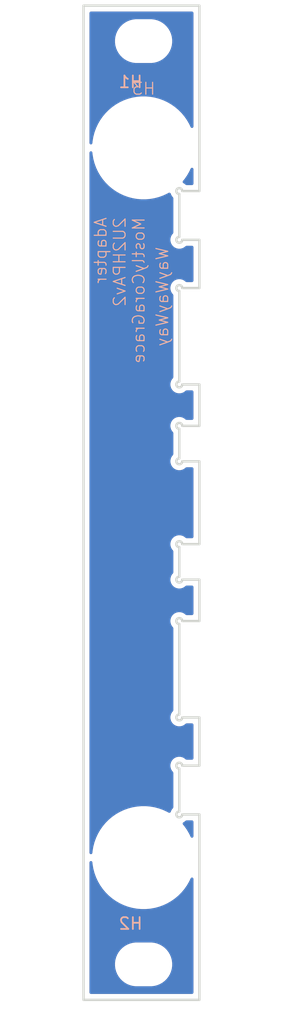
<source format=kicad_pcb>
(kicad_pcb (version 20241229) (generator "pcbnew") (generator_version "9.0")
  (layers (0 "F.Cu" signal) (2 "B.Cu" signal) (13 "F.Paste" user) (15 "B.Paste" user) (5 "F.SilkS" user "F.Silkscreen") (7 "B.SilkS" user "B.Silkscreen") (1 "F.Mask" user) (3 "B.Mask" user) (25 "Edge.Cuts" user))
  (net 0 "")
  (footprint "EXC:MountingHole_3.2mm_M3" (layer "F.Cu") (at 5.08 5.425)
    (property "Reference" "H1" (at 0 3.45 0) (layer "B.SilkS") (effects (justify left mirror)))
    (property "Value" "Eurorack_M3_MountingHole")
    (pad "" np_thru_hole oval (at 0 0) (size 4.34 3.2) (drill oval 4.34 3.2) (layers "*.Cu" "*.Mask"))
  )
  (footprint "EXC:MountingHole_3.2mm_M3" (layer "F.Cu") (at 5.08 83.475)
    (property "Reference" "H2" (at 0 -3.45 0) (layer "B.SilkS") (effects (justify left mirror)))
    (property "Value" "Eurorack_M3_MountingHole")
    (pad "" np_thru_hole oval (at 0 0) (size 4.34 3.2) (drill oval 4.34 3.2) (layers "*.Cu" "*.Mask"))
  )
  (footprint "EXC:Handle_2UM4P60_B" (layer "F.Cu") (at 5.08 14.45)
    (property "Reference" "H3" (at 0 -5 0) (layer "B.SilkS") (effects (font (thickness 0.1)) (justify mirror)))
    (property "Value" "Handle_2UM4P60_PanelMount_B")
    (pad "" np_thru_hole circle (at 0 0) (size 8.2 8.2) (drill 8.2) (layers "*.Cu" "*.Mask"))
    (pad "" np_thru_hole circle (at 0 60) (size 8.2 8.2) (drill 8.2) (layers "*.Cu" "*.Mask"))
  )
  (gr_arc (start 8.35 40.95) (mid 7.923223 41.126777) (end 8.1 40.7) (stroke (width 0.2)) (layer "Edge.Cuts"))
  (gr_line (start 8.35 70.8) (end 9.8 70.8) (stroke (width 0.2)) (layer "Edge.Cuts"))
  (gr_arc (start 8.1 54.7) (mid 7.923223 54.273223) (end 8.35 54.45) (stroke (width 0.2)) (layer "Edge.Cuts"))
  (gr_line (start 8.1 18.35) (end 8.1 21.975) (stroke (width 0.2)) (layer "Edge.Cuts"))
  (gr_line (start 8.1 54.7) (end 8.1 62.35) (stroke (width 0.2)) (layer "Edge.Cuts"))
  (gr_arc (start 8.35 50.95) (mid 7.923223 51.126777) (end 8.1 50.7) (stroke (width 0.2)) (layer "Edge.Cuts"))
  (gr_arc (start 8.1 26.55) (mid 7.923223 26.123223) (end 8.35 26.3) (stroke (width 0.2)) (layer "Edge.Cuts"))
  (gr_line (start 8.35 34.45) (end 9.8 34.45) (stroke (width 0.2)) (layer "Edge.Cuts"))
  (gr_arc (start 8.35 22.225) (mid 7.923223 22.401777) (end 8.1 21.975) (stroke (width 0.2)) (layer "Edge.Cuts"))
  (gr_line (start 8.1 38.2) (end 8.1 40.7) (stroke (width 0.2)) (layer "Edge.Cuts"))
  (gr_arc (start 8.35 62.6) (mid 7.923223 62.776777) (end 8.1 62.35) (stroke (width 0.2)) (layer "Edge.Cuts"))
  (gr_arc (start 8.35 34.45) (mid 7.923223 34.626777) (end 8.1 34.2) (stroke (width 0.2)) (layer "Edge.Cuts"))
  (gr_line (start 8.35 62.6) (end 9.8 62.6) (stroke (width 0.2)) (layer "Edge.Cuts"))
  (gr_arc (start 8.1 18.35) (mid 7.923223 17.923223) (end 8.35 18.1) (stroke (width 0.2)) (layer "Edge.Cuts"))
  (gr_line (start 0 2.425) (end 9.8 2.425) (stroke (width 0.2)) (layer "Edge.Cuts"))
  (gr_line (start 8.1 26.55) (end 8.1 34.2) (stroke (width 0.2)) (layer "Edge.Cuts"))
  (gr_arc (start 8.1 66.925) (mid 7.923223 66.498223) (end 8.35 66.675) (stroke (width 0.2)) (layer "Edge.Cuts"))
  (gr_line (start 9.8 62.6) (end 9.8 66.675) (stroke (width 0.2)) (layer "Edge.Cuts"))
  (gr_line (start 9.8 50.95) (end 9.8 54.45) (stroke (width 0.2)) (layer "Edge.Cuts"))
  (gr_line (start 8.35 47.95) (end 9.8 47.95) (stroke (width 0.2)) (layer "Edge.Cuts"))
  (gr_line (start 8.35 26.3) (end 9.8 26.3) (stroke (width 0.2)) (layer "Edge.Cuts"))
  (gr_line (start 8.35 54.45) (end 9.8 54.45) (stroke (width 0.2)) (layer "Edge.Cuts"))
  (gr_line (start 9.8 22.225) (end 9.8 26.3) (stroke (width 0.2)) (layer "Edge.Cuts"))
  (gr_line (start 8.35 22.225) (end 9.8 22.225) (stroke (width 0.2)) (layer "Edge.Cuts"))
  (gr_line (start 9.8 40.95) (end 9.8 47.95) (stroke (width 0.2)) (layer "Edge.Cuts"))
  (gr_line (start 8.1 66.925) (end 8.1 70.55) (stroke (width 0.2)) (layer "Edge.Cuts"))
  (gr_line (start 9.8 2.425) (end 9.8 18.1) (stroke (width 0.2)) (layer "Edge.Cuts"))
  (gr_line (start 9.8 34.45) (end 9.8 37.95) (stroke (width 0.2)) (layer "Edge.Cuts"))
  (gr_line (start 0 2.425) (end 0 86.475) (stroke (width 0.2)) (layer "Edge.Cuts"))
  (gr_line (start 9.8 70.8) (end 9.8 86.475) (stroke (width 0.2)) (layer "Edge.Cuts"))
  (gr_line (start 8.35 40.95) (end 9.8 40.95) (stroke (width 0.2)) (layer "Edge.Cuts"))
  (gr_arc (start 8.35 70.8) (mid 7.923223 70.976777) (end 8.1 70.55) (stroke (width 0.2)) (layer "Edge.Cuts"))
  (gr_arc (start 8.1 38.2) (mid 7.923223 37.773223) (end 8.35 37.95) (stroke (width 0.2)) (layer "Edge.Cuts"))
  (gr_line (start 0 86.475) (end 9.8 86.475) (stroke (width 0.2)) (layer "Edge.Cuts"))
  (gr_line (start 8.35 66.675) (end 9.8 66.675) (stroke (width 0.2)) (layer "Edge.Cuts"))
  (gr_line (start 8.35 50.95) (end 9.8 50.95) (stroke (width 0.2)) (layer "Edge.Cuts"))
  (gr_arc (start 8.1 48.2) (mid 7.923223 47.773223) (end 8.35 47.95) (stroke (width 0.2)) (layer "Edge.Cuts"))
  (gr_line (start 8.35 37.95) (end 9.8 37.95) (stroke (width 0.2)) (layer "Edge.Cuts"))
  (gr_line (start 8.35 18.1) (end 9.8 18.1) (stroke (width 0.2)) (layer "Edge.Cuts"))
  (gr_line (start 8.1 48.2) (end 8.1 50.7) (stroke (width 0.2)) (layer "Edge.Cuts"))
  (gr_text "WayWayWay" (at 7.25 22.75 90) (layer "B.SilkS") (effects (font (size 1 1) (thickness 0.1)) (justify left bottom mirror)))
  (gr_text "Adapter\n2U2HPAv2\nMostlyCoraGrace" (at 5.25 20.25 90) (layer "B.SilkS") (effects (font (size 1 1) (thickness 0.1)) (justify left bottom mirror)))
  (zone (net 0) (net_name "") (layers "F.Cu" "B.Cu") (connect_pads (clearance 0.5)) (min_thickness 0.25) (fill yes (thermal_gap 0.5) (thermal_bridge_width 0.5) (island_removal_mode 1) (island_area_min 10))
    (polygon (pts (xy 0 2.425) (xy 9.8 2.425) (xy 9.8 18.1) (xy 8.1 18.1) (xy 8.1 22.225) (xy 9.8 22.225) (xy 9.8 26.3) (xy 8.1 26.3) (xy 8.1 34.45) (xy 9.8 34.45) (xy 9.8 37.95) (xy 8.1 37.95) (xy 8.1 40.95) (xy 9.8 40.95) (xy 9.8 47.95) (xy 8.1 47.95) (xy 8.1 50.95) (xy 9.8 50.95) (xy 9.8 54.45) (xy 8.1 54.45) (xy 8.1 62.6) (xy 9.8 62.6) (xy 9.8 66.675) (xy 8.1 66.675) (xy 8.1 70.8) (xy 9.8 70.8) (xy 9.8 86.475) (xy 0 86.475)))
  )
)
</source>
